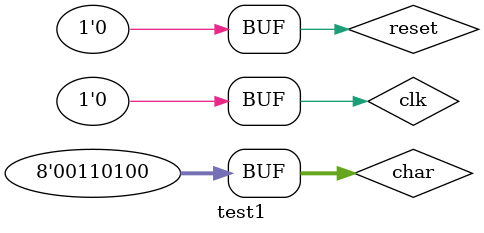
<source format=v>
`timescale 1ns / 1ps


module test1;

	// Inputs
	reg clk;
	reg reset;
	reg [7:0] char;

	// Outputs
	wire [1:0] format_type;

	// Instantiate the Unit Under Test (UUT)
	cpu_checker uut (
		.clk(clk), 
		.reset(reset), 
		.char(char), 
		.format_type(format_type)
	);

	initial begin
		// Initialize Inputs
		clk = 0;
		reset = 0;
		char = 0;

		// Wait 100 ns for global reset to finish
		#100;
        
		// Add stimulus here
		//^338@00003130: *00000088 <= ffffb528#
		
		char = "^";#5;clk = 1;#5;clk = 0;
char = "1";#5;clk = 1;#5;clk = 0;
char = "0";#5;clk = 1;#5;clk = 0;
char = "2";#5;clk = 1;#5;clk = 0;
char = "4";#5;clk = 1;#5;clk = 0;
char = "@";#5;clk = 1;#5;clk = 0;
char = "0";#5;clk = 1;#5;clk = 0;
char = "0";#5;clk = 1;#5;clk = 0;
char = "0";#5;clk = 1;#5;clk = 0;
char = "0";#5;clk = 1;#5;clk = 0;
char = "3";#5;clk = 1;#5;clk = 0;
char = "0";#5;clk = 1;#5;clk = 0;
char = "f";#5;clk = 1;#5;clk = 0;
char = "c";#5;clk = 1;#5;clk = 0;
char = ":";#5;clk = 1;#5;clk = 0;
char = "$";#5;clk = 1;#5;clk = 0;
char = "2";#5;clk = 1;#5;clk = 0;
char = "<";#5;clk = 1;#5;clk = 0;
char = "=";#5;clk = 1;#5;clk = 0;
char = "8";#5;clk = 1;#5;clk = 0;
char = "9";#5;clk = 1;#5;clk = 0;
char = "a";#5;clk = 1;#5;clk = 0;
char = "b";#5;clk = 1;#5;clk = 0;
char = "c";#5;clk = 1;#5;clk = 0;
char = "d";#5;clk = 1;#5;clk = 0;
char = "e";#5;clk = 1;#5;clk = 0;
char = "f";#5;clk = 1;#5;clk = 0;
char = "#";#5;clk = 1;#5;clk = 0;
char = "^";#5;clk = 1;#5;clk = 0;
char = "6";#5;clk = 1;#5;clk = 0;
char = "4";#5;clk = 1;#5;clk = 0;



	end
      
endmodule


</source>
